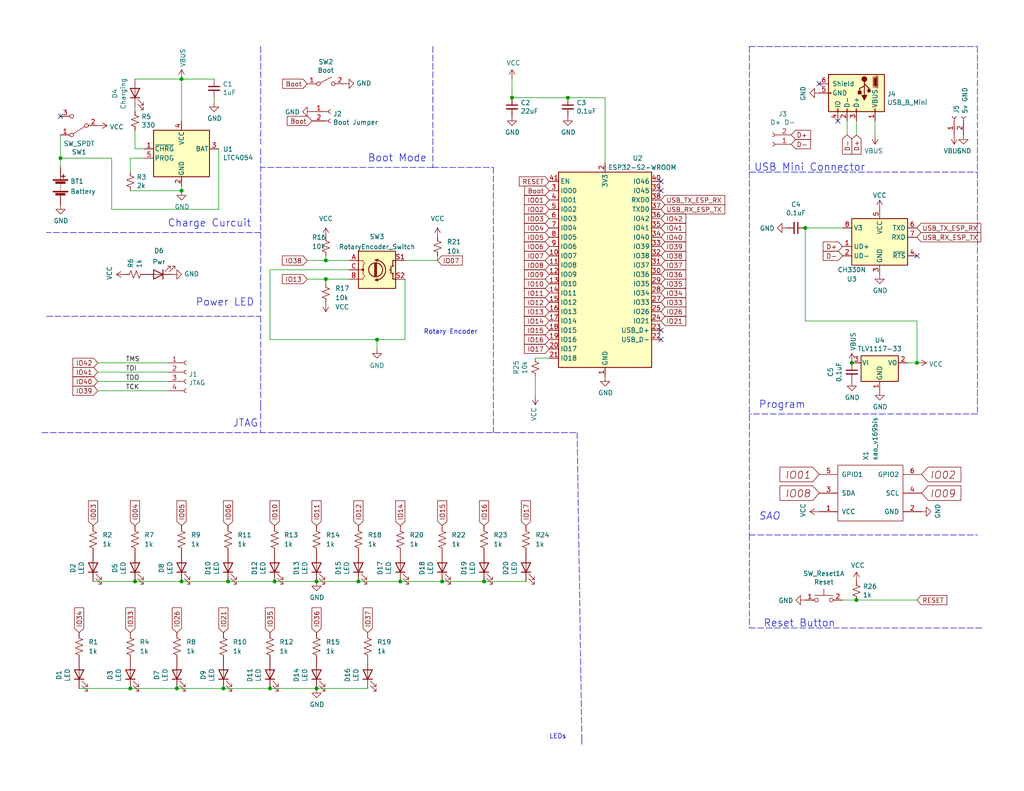
<source format=kicad_sch>
(kicad_sch (version 20211123) (generator eeschema)
  (paper "USLetter")
  (title_block (title "BSides KC 2022 Safe") (date "2022-07-03") (rev "1.0") (company "BadgePirates") (comment 1 "ESP32-S2 WROVER") (comment 2 "Li-Ion Charging") (comment 3 "USB to Serial Connector"))
  (lib_symbols
    (symbol "BadgePirates:Badgelife_sao_connector_v169bis" (pin_names (offset 1.016))
      (property "Reference" "X" (at 0 0 0))
      (property "Value" "Badgelife_sao_connector_v169bis" (at 0 20.32 0))
      (symbol "Badgelife_sao_connector_v169bis_1_1"
        (pin input line (at -5.08 13.97 270) (length 5.08) (name "VCC") (number "1"))
        (pin input line (at -5.08 -13.97 90) (length 5.08) (name "GND") (number "2"))
        (pin input line (at 0 13.97 270) (length 5.08) (name "SDA") (number "3"))
        (pin input line (at 0 -13.97 90) (length 5.08) (name "SCL") (number "4"))
        (pin input line (at 5.08 13.97 270) (length 5.08) (name "GPIO1") (number "5"))
        (pin input line (at 5.08 -13.97 90) (length 5.08) (name "GPIO2") (number "6"))
      )
    )
    (symbol "Battery_Management:LTC4054ES5-4.2" (pin_names (offset 0.254))
      (property "Reference" "U" (at -5.842 6.604 0))
      (property "Value" "LTC4054ES5-4.2" (at 1.524 6.604 0))
      (symbol "LTC4054ES5-4.2_1_1"
        (pin open_collector line (at -10.16 0 0) (length 2.54) (name "~{CHRG}") (number "1"))
        (pin power_in line (at 0 -10.16 90) (length 2.54) (name "GND") (number "2"))
        (pin power_out line (at 10.16 0 180) (length 2.54) (name "BAT") (number "3"))
        (pin power_in line (at 0 7.62 270) (length 2.54) (name "VCC") (number "4"))
        (pin bidirectional line (at -10.16 -2.54 0) (length 2.54) (name "PROG") (number "5"))
      )
    )
    (symbol "Connector:Conn_01x02_Female" (pin_names (offset 1.016) hide)
      (property "Reference" "J" (at 0 2.54 0))
      (property "Value" "Conn_01x02_Female" (at 0 -5.08 0))
      (symbol "Conn_01x02_Female_1_1"
        (pin passive line (at -5.08 0 0) (length 3.81) (name "Pin_1") (number "1"))
        (pin passive line (at -5.08 -2.54 0) (length 3.81) (name "Pin_2") (number "2"))
      )
    )
    (symbol "Connector:Conn_01x04_Female" (pin_names (offset 1.016) hide)
      (property "Reference" "J" (at 0 5.08 0))
      (property "Value" "Conn_01x04_Female" (at 0 -7.62 0))
      (symbol "Conn_01x04_Female_1_1"
        (pin passive line (at -5.08 2.54 0) (length 3.81) (name "Pin_1") (number "1"))
        (pin passive line (at -5.08 0 0) (length 3.81) (name "Pin_2") (number "2"))
        (pin passive line (at -5.08 -2.54 0) (length 3.81) (name "Pin_3") (number "3"))
        (pin passive line (at -5.08 -5.08 0) (length 3.81) (name "Pin_4") (number "4"))
      )
    )
    (symbol "Connector:USB_B_Mini" (pin_names (offset 1.016))
      (property "Reference" "J" (at -5.08 11.43 0))
      (property "Value" "USB_B_Mini" (at -5.08 8.89 0))
      (symbol "USB_B_Mini_1_1"
        (pin power_out line (at 7.62 5.08 180) (length 2.54) (name "VBUS") (number "1"))
        (pin bidirectional line (at 7.62 -2.54 180) (length 2.54) (name "D-") (number "2"))
        (pin bidirectional line (at 7.62 0 180) (length 2.54) (name "D+") (number "3"))
        (pin passive line (at 7.62 -5.08 180) (length 2.54) (name "ID") (number "4"))
        (pin power_out line (at 0 -10.16 90) (length 2.54) (name "GND") (number "5"))
        (pin passive line (at -2.54 -10.16 90) (length 2.54) (name "Shield") (number "6"))
      )
    )
    (symbol "Device:Battery" (pin_numbers hide) (pin_names (offset 0) hide)
      (property "Reference" "BT" (at 2.54 2.54 0))
      (property "Value" "Battery" (at 2.54 0 0))
      (symbol "Battery_1_1"
        (pin passive line (at 0 5.08 270) (length 2.54) (name "+") (number "1"))
        (pin passive line (at 0 -5.08 90) (length 2.54) (name "-") (number "2"))
      )
    )
    (symbol "Device:C_Small" (pin_numbers hide) (pin_names (offset 0.254) hide)
      (property "Reference" "C" (at 0.254 1.778 0))
      (property "Value" "C_Small" (at 0.254 -2.032 0))
      (symbol "C_Small_1_1"
        (pin passive line (at 0 2.54 270) (length 2.032) (name "~") (number "1"))
        (pin passive line (at 0 -2.54 90) (length 2.032) (name "~") (number "2"))
      )
    )
    (symbol "Device:LED" (pin_numbers hide) (pin_names (offset 1.016) hide)
      (property "Reference" "D" (at 0 2.54 0))
      (property "Value" "LED" (at 0 -2.54 0))
      (symbol "LED_1_1"
        (pin passive line (at -3.81 0 0) (length 2.54) (name "K") (number "1"))
        (pin passive line (at 3.81 0 180) (length 2.54) (name "A") (number "2"))
      )
    )
    (symbol "Device:R_Small_US" (pin_numbers hide) (pin_names (offset 0.254) hide)
      (property "Reference" "R" (at 0.762 0.508 0))
      (property "Value" "R_Small_US" (at 0.762 -1.016 0))
      (symbol "R_Small_US_1_1"
        (pin passive line (at 0 2.54 270) (length 1.016) (name "~") (number "1"))
        (pin passive line (at 0 -2.54 90) (length 1.016) (name "~") (number "2"))
      )
    )
    (symbol "Device:R_US" (pin_numbers hide) (pin_names (offset 0))
      (property "Reference" "R" (at 2.54 0 90))
      (property "Value" "R_US" (at -2.54 0 90))
      (symbol "R_US_1_1"
        (pin passive line (at 0 3.81 270) (length 1.27) (name "~") (number "1"))
        (pin passive line (at 0 -3.81 90) (length 1.27) (name "~") (number "2"))
      )
    )
    (symbol "Device:RotaryEncoder_Switch" (pin_names (offset 0.254) hide)
      (property "Reference" "SW" (at 0 6.604 0))
      (property "Value" "RotaryEncoder_Switch" (at 0 -6.604 0))
      (symbol "RotaryEncoder_Switch_1_1"
        (pin passive line (at -7.62 2.54 0) (length 2.54) (name "A") (number "A"))
        (pin passive line (at -7.62 -2.54 0) (length 2.54) (name "B") (number "B"))
        (pin passive line (at -7.62 0 0) (length 2.54) (name "C") (number "C"))
        (pin passive line (at 7.62 2.54 180) (length 2.54) (name "S1") (number "S1"))
        (pin passive line (at 7.62 -2.54 180) (length 2.54) (name "S2") (number "S2"))
      )
    )
    (symbol "Interface_USB:CH330N"
      (property "Reference" "U" (at -7.62 6.35 0))
      (property "Value" "CH330N" (at 7.62 6.35 0))
      (symbol "CH330N_1_1"
        (pin bidirectional line (at -10.16 -2.54 0) (length 2.54) (name "UD+") (number "1"))
        (pin bidirectional line (at -10.16 -5.08 0) (length 2.54) (name "UD-") (number "2"))
        (pin power_in line (at 0 -10.16 90) (length 2.54) (name "GND") (number "3"))
        (pin output line (at 10.16 -5.08 180) (length 2.54) (name "~{RTS}") (number "4"))
        (pin power_in line (at 0 7.62 270) (length 2.54) (name "VCC") (number "5"))
        (pin output line (at 10.16 2.54 180) (length 2.54) (name "TXD") (number "6"))
        (pin input line (at 10.16 0 180) (length 2.54) (name "RXD") (number "7"))
        (pin passive line (at -10.16 2.54 0) (length 2.54) (name "V3") (number "8"))
      )
    )
    (symbol "RF_Module:ESP32-S2-WROVER"
      (property "Reference" "U" (at -12.7 29.21 0))
      (property "Value" "ESP32-S2-WROVER" (at 2.54 29.21 0))
      (symbol "ESP32-S2-WROVER_1_1"
        (pin power_in line (at 0 -27.94 90) (length 2.54) (name "GND") (number "1"))
        (pin bidirectional line (at -15.24 5.08 0) (length 2.54) (name "IO07") (number "10"))
        (pin bidirectional line (at -15.24 2.54 0) (length 2.54) (name "IO08") (number "11"))
        (pin bidirectional line (at -15.24 0 0) (length 2.54) (name "IO09") (number "12"))
        (pin bidirectional line (at -15.24 -2.54 0) (length 2.54) (name "IO10") (number "13"))
        (pin bidirectional line (at -15.24 -5.08 0) (length 2.54) (name "IO11") (number "14"))
        (pin bidirectional line (at -15.24 -7.62 0) (length 2.54) (name "IO12") (number "15"))
        (pin bidirectional line (at -15.24 -10.16 0) (length 2.54) (name "IO13") (number "16"))
        (pin bidirectional line (at -15.24 -12.7 0) (length 2.54) (name "IO14") (number "17"))
        (pin bidirectional line (at -15.24 -15.24 0) (length 2.54) (name "IO15") (number "18"))
        (pin bidirectional line (at -15.24 -17.78 0) (length 2.54) (name "IO16") (number "19"))
        (pin power_in line (at 0 30.48 270) (length 2.54) (name "3V3") (number "2"))
        (pin bidirectional line (at -15.24 -20.32 0) (length 2.54) (name "IO17") (number "20"))
        (pin bidirectional line (at -15.24 -22.86 0) (length 2.54) (name "IO18") (number "21"))
        (pin bidirectional line (at 15.24 -17.78 180) (length 2.54) (name "USB_D-") (number "22"))
        (pin bidirectional line (at 15.24 -15.24 180) (length 2.54) (name "USB_D+") (number "23"))
        (pin bidirectional line (at 15.24 -12.7 180) (length 2.54) (name "IO21") (number "24"))
        (pin bidirectional line (at 15.24 -10.16 180) (length 2.54) (name "IO26") (number "25"))
        (pin passive line (at 0 -27.94 90) (length 2.54) hide (name "GND") (number "26"))
        (pin bidirectional line (at 15.24 -7.62 180) (length 2.54) (name "IO33") (number "27"))
        (pin bidirectional line (at 15.24 -5.08 180) (length 2.54) (name "IO34") (number "28"))
        (pin bidirectional line (at 15.24 -2.54 180) (length 2.54) (name "IO35") (number "29"))
        (pin bidirectional line (at -15.24 22.86 0) (length 2.54) (name "IO00") (number "3"))
        (pin bidirectional line (at 15.24 0 180) (length 2.54) (name "IO36") (number "30"))
        (pin bidirectional line (at 15.24 2.54 180) (length 2.54) (name "IO37") (number "31"))
        (pin bidirectional line (at 15.24 5.08 180) (length 2.54) (name "IO38") (number "32"))
        (pin bidirectional line (at 15.24 7.62 180) (length 2.54) (name "IO39") (number "33"))
        (pin bidirectional line (at 15.24 10.16 180) (length 2.54) (name "IO40") (number "34"))
        (pin bidirectional line (at 15.24 12.7 180) (length 2.54) (name "IO41") (number "35"))
        (pin bidirectional line (at 15.24 15.24 180) (length 2.54) (name "IO42") (number "36"))
        (pin bidirectional line (at 15.24 17.78 180) (length 2.54) (name "TXD0") (number "37"))
        (pin bidirectional line (at 15.24 20.32 180) (length 2.54) (name "RXD0") (number "38"))
        (pin bidirectional line (at 15.24 22.86 180) (length 2.54) (name "IO45") (number "39"))
        (pin bidirectional line (at -15.24 20.32 0) (length 2.54) (name "IO01") (number "4"))
        (pin input line (at 15.24 25.4 180) (length 2.54) (name "IO46") (number "40"))
        (pin input line (at -15.24 25.4 0) (length 2.54) (name "EN") (number "41"))
        (pin passive line (at 0 -27.94 90) (length 2.54) hide (name "GND") (number "42"))
        (pin passive line (at 0 -27.94 90) (length 2.54) hide (name "GND") (number "43"))
        (pin bidirectional line (at -15.24 17.78 0) (length 2.54) (name "IO02") (number "5"))
        (pin bidirectional line (at -15.24 15.24 0) (length 2.54) (name "IO03") (number "6"))
        (pin bidirectional line (at -15.24 12.7 0) (length 2.54) (name "IO04") (number "7"))
        (pin bidirectional line (at -15.24 10.16 0) (length 2.54) (name "IO05") (number "8"))
        (pin bidirectional line (at -15.24 7.62 0) (length 2.54) (name "IO06") (number "9"))
      )
    )
    (symbol "Regulator_Linear:TLV1117-33" (pin_names (offset 0.254))
      (property "Reference" "U" (at -3.81 3.175 0))
      (property "Value" "TLV1117-33" (at 0 3.175 0))
      (symbol "TLV1117-33_1_1"
        (pin power_in line (at 0 -7.62 90) (length 2.54) (name "GND") (number "1"))
        (pin power_out line (at 7.62 0 180) (length 2.54) (name "VO") (number "2"))
        (pin power_in line (at -7.62 0 0) (length 2.54) (name "VI") (number "3"))
      )
    )
    (symbol "Switch:SW_Push_Dual_x2" (pin_names (offset 1.016) hide)
      (property "Reference" "SW" (at 1.27 2.54 0))
      (property "Value" "SW_Push_Dual_x2" (at 0 -1.524 0))
      (symbol "SW_Push_Dual_x2_1_1"
        (pin passive line (at -5.08 0 0) (length 2.54) (name "C") (number "1"))
        (pin passive line (at 5.08 0 180) (length 2.54) (name "D") (number "2"))
      )
      (symbol "SW_Push_Dual_x2_2_1"
        (pin passive line (at -5.08 0 0) (length 2.54) (name "C") (number "3"))
        (pin passive line (at 5.08 0 180) (length 2.54) (name "D") (number "4"))
      )
    )
    (symbol "Switch:SW_SPDT" (pin_names (offset 0) hide)
      (property "Reference" "SW" (at 0 4.318 0))
      (property "Value" "SW_SPDT" (at 0 -5.08 0))
      (symbol "SW_SPDT_1_1"
        (pin passive line (at 5.08 2.54 180) (length 2.54) (name "A") (number "1"))
        (pin passive line (at -5.08 0 0) (length 2.54) (name "B") (number "2"))
        (pin passive line (at 5.08 -2.54 180) (length 2.54) (name "C") (number "3"))
      )
    )
    (symbol "Switch:SW_SPST" (pin_names (offset 0) hide)
      (property "Reference" "SW" (at 0 3.175 0))
      (property "Value" "SW_SPST" (at 0 -2.54 0))
      (symbol "SW_SPST_1_1"
        (pin passive line (at -5.08 0 0) (length 2.54) (name "A") (number "1"))
        (pin passive line (at 5.08 0 180) (length 2.54) (name "B") (number "2"))
      )
    )
    (symbol "power:GND" (power) (pin_names (offset 0))
      (property "Value" "GND" (at 0 -3.81 0))
      (symbol "GND_1_1"
        (pin power_in line (at 0 0 270) (length 0) hide (name "GND") (number "1"))
      )
    )
    (symbol "power:VBUS" (power) (pin_names (offset 0))
      (property "Value" "VBUS" (at 0 3.81 0))
      (symbol "VBUS_1_1"
        (pin power_in line (at 0 0 90) (length 0) hide (name "VBUS") (number "1"))
      )
    )
    (symbol "power:VCC" (power) (pin_names (offset 0))
      (property "Value" "VCC" (at 0 3.81 0))
      (symbol "VCC_1_1"
        (pin power_in line (at 0 0 90) (length 0) hide (name "VCC") (number "1"))
      )
    )
  )
  (junction (at 232.41 99.06))
  (junction (at 74.93 158.75))
  (junction (at 62.23 158.75))
  (junction (at 154.94 26.67))
  (junction (at 49.53 158.75))
  (junction (at 36.83 158.75))
  (junction (at 86.36 158.75))
  (junction (at 139.7 26.67))
  (junction (at 48.26 187.96))
  (junction (at 132.08 158.75))
  (junction (at 233.68 163.83))
  (junction (at 60.96 187.96))
  (junction (at 88.9 76.2))
  (junction (at 102.87 92.71))
  (junction (at 16.51 43.18))
  (junction (at 120.65 158.75))
  (junction (at 250.19 99.06))
  (junction (at 88.9 71.12))
  (junction (at 49.53 21.59))
  (junction (at 109.22 158.75))
  (junction (at 35.56 187.96))
  (junction (at 97.79 158.75))
  (junction (at 49.53 52.07))
  (junction (at 219.71 62.23))
  (junction (at 73.66 187.96))
  (junction (at 86.36 187.96))
  (no_connect (at 180.34 92.71))
  (no_connect (at 223.52 22.86))
  (no_connect (at 16.51 31.75))
  (no_connect (at 228.6 33.02))
  (no_connect (at 180.34 90.17))
  (no_connect (at 180.34 49.53))
  (no_connect (at 180.34 52.07))
  (no_connect (at 250.19 69.85))
  (polyline (pts (xy 71.12 110.49) (xy 71.12 118.11)))
  (polyline (pts (xy 266.7 12.7) (xy 266.7 113.03)))
  (wire (pts (xy 86.36 158.75) (xy 97.79 158.75)))
  (wire (pts (xy 62.23 158.75) (xy 74.93 158.75)))
  (wire (pts (xy 139.7 26.67) (xy 154.94 26.67)))
  (wire (pts (xy 49.53 50.8) (xy 49.53 52.07)))
  (polyline (pts (xy 11.43 118.11) (xy 157.48 118.11)))
  (polyline (pts (xy 204.47 12.7) (xy 204.47 146.05)))
  (wire (pts (xy 36.83 40.64) (xy 39.37 40.64)))
  (wire (pts (xy 39.37 43.18) (xy 35.56 43.18)))
  (wire (pts (xy 154.94 26.67) (xy 165.1 26.67)))
  (polyline (pts (xy 118.11 12.7) (xy 118.11 45.72)))
  (polyline (pts (xy 12.7 86.36) (xy 71.12 86.36)))
  (wire (pts (xy 95.25 73.66) (xy 73.66 73.66)))
  (wire (pts (xy 26.67 99.06) (xy 45.72 99.06)))
  (wire (pts (xy 229.87 163.83) (xy 233.68 163.83)))
  (polyline (pts (xy 134.62 45.72) (xy 134.62 118.11)))
  (wire (pts (xy 58.42 26.67) (xy 58.42 27.94)))
  (polyline (pts (xy 204.47 12.7) (xy 266.7 12.7)))
  (wire (pts (xy 36.83 158.75) (xy 49.53 158.75)))
  (wire (pts (xy 247.65 99.06) (xy 250.19 99.06)))
  (wire (pts (xy 109.22 158.75) (xy 120.65 158.75)))
  (polyline (pts (xy 118.11 45.72) (xy 134.62 45.72)))
  (polyline (pts (xy 118.11 45.72) (xy 71.12 45.72)))
  (wire (pts (xy 73.66 92.71) (xy 102.87 92.71)))
  (polyline (pts (xy 71.12 12.7) (xy 71.12 39.37)))
  (polyline (pts (xy 204.47 146.05) (xy 204.47 171.45)))
  (wire (pts (xy 35.56 52.07) (xy 49.53 52.07)))
  (wire (pts (xy 149.86 97.79) (xy 146.05 97.79)))
  (polyline (pts (xy 204.47 171.45) (xy 267.97 171.45)))
  (wire (pts (xy 48.26 187.96) (xy 60.96 187.96)))
  (polyline (pts (xy 204.47 146.05) (xy 266.7 146.05)))
  (wire (pts (xy 110.49 71.12) (xy 119.38 71.12)))
  (wire (pts (xy 219.71 87.63) (xy 250.19 87.63)))
  (wire (pts (xy 60.96 187.96) (xy 73.66 187.96)))
  (wire (pts (xy 26.67 104.14) (xy 45.72 104.14)))
  (wire (pts (xy 119.38 69.85) (xy 119.38 71.12)))
  (wire (pts (xy 250.19 87.63) (xy 250.19 99.06)))
  (wire (pts (xy 88.9 76.2) (xy 95.25 76.2)))
  (wire (pts (xy 86.36 187.96) (xy 100.33 187.96)))
  (wire (pts (xy 16.51 36.83) (xy 16.51 43.18)))
  (wire (pts (xy 139.7 26.67) (xy 139.7 21.59)))
  (wire (pts (xy 88.9 76.2) (xy 88.9 77.47)))
  (wire (pts (xy 59.69 57.15) (xy 30.48 57.15)))
  (wire (pts (xy 16.51 43.18) (xy 16.51 45.72)))
  (wire (pts (xy 231.14 33.02) (xy 231.14 36.83)))
  (wire (pts (xy 36.83 35.56) (xy 36.83 40.64)))
  (wire (pts (xy 110.49 76.2) (xy 110.49 92.71)))
  (wire (pts (xy 73.66 73.66) (xy 73.66 92.71)))
  (wire (pts (xy 25.4 158.75) (xy 36.83 158.75)))
  (wire (pts (xy 36.83 29.21) (xy 36.83 30.48)))
  (wire (pts (xy 88.9 71.12) (xy 95.25 71.12)))
  (wire (pts (xy 233.68 163.83) (xy 250.19 163.83)))
  (wire (pts (xy 120.65 158.75) (xy 132.08 158.75)))
  (wire (pts (xy 233.68 33.02) (xy 233.68 36.83)))
  (wire (pts (xy 35.56 187.96) (xy 48.26 187.96)))
  (wire (pts (xy 229.87 62.23) (xy 219.71 62.23)))
  (polyline (pts (xy 71.12 86.36) (xy 71.12 110.49)))
  (wire (pts (xy 49.53 21.59) (xy 58.42 21.59)))
  (wire (pts (xy 83.82 71.12) (xy 88.9 71.12)))
  (wire (pts (xy 83.82 76.2) (xy 88.9 76.2)))
  (wire (pts (xy 97.79 158.75) (xy 109.22 158.75)))
  (wire (pts (xy 59.69 40.64) (xy 59.69 57.15)))
  (polyline (pts (xy 158.75 203.2) (xy 158.75 201.93)))
  (polyline (pts (xy 204.47 46.99) (xy 266.7 46.99)))
  (wire (pts (xy 165.1 26.67) (xy 165.1 44.45)))
  (polyline (pts (xy 157.48 118.11) (xy 158.75 201.93)))
  (wire (pts (xy 219.71 62.23) (xy 219.71 87.63)))
  (wire (pts (xy 88.9 69.85) (xy 88.9 71.12)))
  (wire (pts (xy 30.48 57.15) (xy 30.48 43.18)))
  (wire (pts (xy 146.05 102.87) (xy 146.05 107.95)))
  (wire (pts (xy 49.53 158.75) (xy 62.23 158.75)))
  (wire (pts (xy 238.76 33.02) (xy 238.76 36.83)))
  (wire (pts (xy 132.08 158.75) (xy 143.51 158.75)))
  (wire (pts (xy 73.66 187.96) (xy 86.36 187.96)))
  (wire (pts (xy 26.67 101.6) (xy 45.72 101.6)))
  (wire (pts (xy 21.59 187.96) (xy 35.56 187.96)))
  (polyline (pts (xy 266.7 113.03) (xy 204.47 113.03)))
  (wire (pts (xy 74.93 158.75) (xy 86.36 158.75)))
  (wire (pts (xy 110.49 92.71) (xy 102.87 92.71)))
  (wire (pts (xy 102.87 92.71) (xy 102.87 95.25)))
  (polyline (pts (xy 71.12 40.64) (xy 71.12 85.09)))
  (wire (pts (xy 30.48 43.18) (xy 16.51 43.18)))
  (polyline (pts (xy 71.12 63.5) (xy 12.7 63.5)))
  (wire (pts (xy 36.83 21.59) (xy 49.53 21.59)))
  (wire (pts (xy 26.67 106.68) (xy 45.72 106.68)))
  (wire (pts (xy 49.53 21.59) (xy 49.53 33.02)))
  (wire (pts (xy 35.56 43.18) (xy 35.56 46.99)))
  (text "Reset Button\n" (at 208.28 171.45 0) (effects (font (size 2.0066 2.0066)) (justify left bottom)))
  (text "Power LED" (at 53.34 83.82 0) (effects (font (size 2.0066 2.0066)) (justify left bottom)))
  (text "Program" (at 207.01 111.76 0) (effects (font (size 2.0066 2.0066)) (justify left bottom)))
  (text "JTAG" (at 63.5 116.84 0) (effects (font (size 2.0066 2.0066)) (justify left bottom)))
  (text "Boot Mode" (at 100.33 44.45 0) (effects (font (size 2.0066 2.0066)) (justify left bottom)))
  (text "Charge Curcuit\n" (at 45.72 62.23 0) (effects (font (size 2.0066 2.0066)) (justify left bottom)))
  (text "USB Mini Connector" (at 205.74 46.99 0) (effects (font (size 2.0066 2.0066)) (justify left bottom)))
  (text "SAO" (at 207.01 142.24 0) (effects (font (size 2.0066 2.0066) italic) (justify left bottom)))
  (text "Rotary Encoder\n" (at 115.57 91.44 0) (effects (font (size 1.27 1.27)) (justify left bottom)))
  (text "LEDs\n" (at 149.86 201.93 0) (effects (font (size 1.27 1.27)) (justify left bottom)))
  (label "TMS" (at 34.29 99.06 0))
  (label "TDO" (at 34.29 104.14 0))
  (label "TCK" (at 34.29 106.68 0))
  (label "TDI" (at 34.29 101.6 0))
  (global_label "USB_RX_ESP_TX" (shape input) (at 250.19 64.77 0) (property "Intersheet References" "${INTERSHEET_REFS}" (effects hide)))
  (global_label "Boot" (shape input) (at 85.09 33.02 180) (property "Intersheet References" "${INTERSHEET_REFS}" (effects hide)))
  (global_label "Boot" (shape input) (at 149.86 52.07 180) (property "Intersheet References" "${INTERSHEET_REFS}" (effects hide)))
  (global_label "IO33" (shape input) (at 35.56 172.72 90) (property "Intersheet References" "${INTERSHEET_REFS}" (effects hide)))
  (global_label "IO35" (shape input) (at 73.66 172.72 90) (property "Intersheet References" "${INTERSHEET_REFS}" (effects hide)))
  (global_label "USB_TX_ESP_RX" (shape input) (at 180.34 54.61 0) (property "Intersheet References" "${INTERSHEET_REFS}" (effects hide)))
  (global_label "IO06" (shape input) (at 149.86 67.31 180) (property "Intersheet References" "${INTERSHEET_REFS}" (effects hide)))
  (global_label "RESET" (shape input) (at 250.19 163.83 0) (property "Intersheet References" "${INTERSHEET_REFS}" (effects hide)))
  (global_label "IO05" (shape input) (at 149.86 64.77 180) (property "Intersheet References" "${INTERSHEET_REFS}" (effects hide)))
  (global_label "IO36" (shape input) (at 180.34 74.93 0) (property "Intersheet References" "${INTERSHEET_REFS}" (effects hide)))
  (global_label "D+" (shape input) (at 215.9 36.83 0) (property "Intersheet References" "${INTERSHEET_REFS}" (effects hide)))
  (global_label "IO11" (shape input) (at 149.86 80.01 180) (property "Intersheet References" "${INTERSHEET_REFS}" (effects hide)))
  (global_label "IO05" (shape input) (at 49.53 143.51 90) (property "Intersheet References" "${INTERSHEET_REFS}" (effects hide)))
  (global_label "IO01" (shape input) (at 149.86 54.61 180) (property "Intersheet References" "${INTERSHEET_REFS}" (effects hide)))
  (global_label "IO02" (shape input) (at 149.86 57.15 180) (property "Intersheet References" "${INTERSHEET_REFS}" (effects hide)))
  (global_label "IO34" (shape input) (at 21.59 172.72 90) (property "Intersheet References" "${INTERSHEET_REFS}" (effects hide)))
  (global_label "IO38" (shape input) (at 83.82 71.12 180) (property "Intersheet References" "${INTERSHEET_REFS}" (effects hide)))
  (global_label "IO08" (shape input) (at 223.52 134.62 180) (effects (font (size 2.0066 2.0066) italic)) (property "Intersheet References" "${INTERSHEET_REFS}" (effects hide)))
  (global_label "IO07" (shape input) (at 149.86 69.85 180) (property "Intersheet References" "${INTERSHEET_REFS}" (effects hide)))
  (global_label "USB_RX_ESP_TX" (shape input) (at 180.34 57.15 0) (property "Intersheet References" "${INTERSHEET_REFS}" (effects hide)))
  (global_label "IO04" (shape input) (at 149.86 62.23 180) (property "Intersheet References" "${INTERSHEET_REFS}" (effects hide)))
  (global_label "IO08" (shape input) (at 149.86 72.39 180) (property "Intersheet References" "${INTERSHEET_REFS}" (effects hide)))
  (global_label "IO42" (shape input) (at 180.34 59.69 0) (property "Intersheet References" "${INTERSHEET_REFS}" (effects hide)))
  (global_label "IO15" (shape input) (at 149.86 90.17 180) (property "Intersheet References" "${INTERSHEET_REFS}" (effects hide)))
  (global_label "IO26" (shape input) (at 180.34 85.09 0) (property "Intersheet References" "${INTERSHEET_REFS}" (effects hide)))
  (global_label "IO39" (shape input) (at 26.67 106.68 180) (property "Intersheet References" "${INTERSHEET_REFS}" (effects hide)))
  (global_label "IO09" (shape input) (at 251.46 134.62 0) (effects (font (size 2.0066 2.0066) italic)) (property "Intersheet References" "${INTERSHEET_REFS}" (effects hide)))
  (global_label "IO16" (shape input) (at 149.86 92.71 180) (property "Intersheet References" "${INTERSHEET_REFS}" (effects hide)))
  (global_label "IO11" (shape input) (at 86.36 143.51 90) (property "Intersheet References" "${INTERSHEET_REFS}" (effects hide)))
  (global_label "IO10" (shape input) (at 74.93 143.51 90) (property "Intersheet References" "${INTERSHEET_REFS}" (effects hide)))
  (global_label "IO03" (shape input) (at 149.86 59.69 180) (property "Intersheet References" "${INTERSHEET_REFS}" (effects hide)))
  (global_label "D-" (shape input) (at 215.9 39.37 0) (property "Intersheet References" "${INTERSHEET_REFS}" (effects hide)))
  (global_label "D+" (shape input) (at 229.87 67.31 180) (property "Intersheet References" "${INTERSHEET_REFS}" (effects hide)))
  (global_label "IO41" (shape input) (at 26.67 101.6 180) (property "Intersheet References" "${INTERSHEET_REFS}" (effects hide)))
  (global_label "IO34" (shape input) (at 180.34 80.01 0) (property "Intersheet References" "${INTERSHEET_REFS}" (effects hide)))
  (global_label "IO36" (shape input) (at 86.36 172.72 90) (property "Intersheet References" "${INTERSHEET_REFS}" (effects hide)))
  (global_label "D-" (shape input) (at 229.87 69.85 180) (property "Intersheet References" "${INTERSHEET_REFS}" (effects hide)))
  (global_label "IO33" (shape input) (at 180.34 82.55 0) (property "Intersheet References" "${INTERSHEET_REFS}" (effects hide)))
  (global_label "IO03" (shape input) (at 25.4 143.51 90) (property "Intersheet References" "${INTERSHEET_REFS}" (effects hide)))
  (global_label "IO15" (shape input) (at 120.65 143.51 90) (property "Intersheet References" "${INTERSHEET_REFS}" (effects hide)))
  (global_label "RESET" (shape input) (at 149.86 49.53 180) (property "Intersheet References" "${INTERSHEET_REFS}" (effects hide)))
  (global_label "IO38" (shape input) (at 180.34 69.85 0) (property "Intersheet References" "${INTERSHEET_REFS}" (effects hide)))
  (global_label "IO14" (shape input) (at 149.86 87.63 180) (property "Intersheet References" "${INTERSHEET_REFS}" (effects hide)))
  (global_label "IO02" (shape input) (at 251.46 129.54 0) (effects (font (size 2.0066 2.0066) italic)) (property "Intersheet References" "${INTERSHEET_REFS}" (effects hide)))
  (global_label "IO12" (shape input) (at 97.79 143.51 90) (property "Intersheet References" "${INTERSHEET_REFS}" (effects hide)))
  (global_label "IO01" (shape input) (at 223.52 129.54 180) (effects (font (size 2.0066 2.0066) italic)) (property "Intersheet References" "${INTERSHEET_REFS}" (effects hide)))
  (global_label "IO07" (shape input) (at 119.38 71.12 0) (property "Intersheet References" "${INTERSHEET_REFS}" (effects hide)))
  (global_label "IO40" (shape input) (at 26.67 104.14 180) (property "Intersheet References" "${INTERSHEET_REFS}" (effects hide)))
  (global_label "IO35" (shape input) (at 180.34 77.47 0) (property "Intersheet References" "${INTERSHEET_REFS}" (effects hide)))
  (global_label "IO26" (shape input) (at 48.26 172.72 90) (property "Intersheet References" "${INTERSHEET_REFS}" (effects hide)))
  (global_label "IO21" (shape input) (at 60.96 172.72 90) (property "Intersheet References" "${INTERSHEET_REFS}" (effects hide)))
  (global_label "IO40" (shape input) (at 180.34 64.77 0) (property "Intersheet References" "${INTERSHEET_REFS}" (effects hide)))
  (global_label "D+" (shape input) (at 233.68 36.83 270) (property "Intersheet References" "${INTERSHEET_REFS}" (effects hide)))
  (global_label "IO13" (shape input) (at 83.82 76.2 180) (property "Intersheet References" "${INTERSHEET_REFS}" (effects hide)))
  (global_label "USB_TX_ESP_RX" (shape input) (at 250.19 62.23 0) (property "Intersheet References" "${INTERSHEET_REFS}" (effects hide)))
  (global_label "IO37" (shape input) (at 180.34 72.39 0) (property "Intersheet References" "${INTERSHEET_REFS}" (effects hide)))
  (global_label "IO17" (shape input) (at 143.51 143.51 90) (property "Intersheet References" "${INTERSHEET_REFS}" (effects hide)))
  (global_label "IO09" (shape input) (at 149.86 74.93 180) (property "Intersheet References" "${INTERSHEET_REFS}" (effects hide)))
  (global_label "IO06" (shape input) (at 62.23 143.51 90) (property "Intersheet References" "${INTERSHEET_REFS}" (effects hide)))
  (global_label "IO04" (shape input) (at 36.83 143.51 90) (property "Intersheet References" "${INTERSHEET_REFS}" (effects hide)))
  (global_label "IO12" (shape input) (at 149.86 82.55 180) (property "Intersheet References" "${INTERSHEET_REFS}" (effects hide)))
  (global_label "IO16" (shape input) (at 132.08 143.51 90) (property "Intersheet References" "${INTERSHEET_REFS}" (effects hide)))
  (global_label "IO39" (shape input) (at 180.34 67.31 0) (property "Intersheet References" "${INTERSHEET_REFS}" (effects hide)))
  (global_label "Boot" (shape input) (at 83.82 22.86 180) (property "Intersheet References" "${INTERSHEET_REFS}" (effects hide)))
  (global_label "IO42" (shape input) (at 26.67 99.06 180) (property "Intersheet References" "${INTERSHEET_REFS}" (effects hide)))
  (global_label "IO41" (shape input) (at 180.34 62.23 0) (property "Intersheet References" "${INTERSHEET_REFS}" (effects hide)))
  (global_label "IO13" (shape input) (at 149.86 85.09 180) (property "Intersheet References" "${INTERSHEET_REFS}" (effects hide)))
  (global_label "IO10" (shape input) (at 149.86 77.47 180) (property "Intersheet References" "${INTERSHEET_REFS}" (effects hide)))
  (global_label "IO37" (shape input) (at 100.33 172.72 90) (property "Intersheet References" "${INTERSHEET_REFS}" (effects hide)))
  (global_label "IO14" (shape input) (at 109.22 143.51 90) (property "Intersheet References" "${INTERSHEET_REFS}" (effects hide)))
  (global_label "IO17" (shape input) (at 149.86 95.25 180) (property "Intersheet References" "${INTERSHEET_REFS}" (effects hide)))
  (global_label "IO21" (shape input) (at 180.34 87.63 0) (property "Intersheet References" "${INTERSHEET_REFS}" (effects hide)))
  (global_label "D-" (shape input) (at 231.14 36.83 270) (property "Intersheet References" "${INTERSHEET_REFS}" (effects hide)))
  (symbol (lib_id "RF_Module:ESP32-S2-WROVER") (at 165.1 74.93 0) (unit 1)
    (property "Reference" "U2" (at 173.99 43.18 0))
    (property "Value" "ESP32-S2-WROOM" (at 175.26 45.72 0))
    (property "Footprint" "BadgePirates:ESP32-S2-WROOM" (effects hide))
    (property "Datasheet" "https://www.espressif.com/sites/default/files/documentation/esp32-s2-wroom_esp32-s2-wroom-i_datasheet_en.pdf" (effects hide))
  )
  (symbol (lib_id "Device:C_Small") (at 58.42 24.13 0) (unit 1)
    (property "Reference" "C1" (at 60.7568 22.9616 0) (effects (justify left)))
    (property "Value" "1uF" (at 60.7568 25.273 0) (effects (justify left)))
    (property "Footprint" "BadgePirates:C_0805_2012Metric" (effects hide))
  )
  (symbol (lib_id "power:GND") (at 58.42 27.94 0) (unit 1)
    (property "Reference" "#PWR07" (effects hide))
    (property "Value" "GND" (at 58.547 32.3342 0))
  )
  (symbol (lib_id "Device:LED") (at 36.83 25.4 90) (unit 1)
    (property "Reference" "D4" (at 31.3182 25.5778 0))
    (property "Value" "Charging" (at 33.6296 25.5778 0))
    (property "Footprint" "LED_SMD:LED_1206_3216Metric" (effects hide))
  )
  (symbol (lib_id "Device:LED") (at 43.18 74.93 180) (unit 1)
    (property "Reference" "D6" (at 43.3578 68.453 0))
    (property "Value" "Pwr" (at 43.3578 70.7644 0) (effects (justify bottom)))
    (property "Footprint" "LED_SMD:LED_1206_3216Metric" (effects hide))
  )
  (symbol (lib_id "Switch:SW_SPDT") (at 21.59 34.29 180) (unit 1)
    (property "Reference" "SW1" (at 21.59 41.529 0))
    (property "Value" "SW_SPDT" (at 21.59 39.2176 0))
    (property "Footprint" "BadgePirates:SW_SPDT_PCM12" (effects hide))
  )
  (symbol (lib_id "Device:LED") (at 74.93 154.94 90) (unit 1)
    (property "Reference" "D12" (at 69.4182 155.1178 0))
    (property "Value" "LED" (at 71.7296 155.1178 0))
    (property "Footprint" "BadgePirates:LED_Osram_Lx_P47F_D2mm_ReverseMount_Proper_Mask Only" (effects hide))
  )
  (symbol (lib_id "Device:LED") (at 86.36 154.94 90) (unit 1)
    (property "Reference" "D13" (at 80.8482 155.1178 0))
    (property "Value" "LED" (at 83.1596 155.1178 0))
    (property "Footprint" "BadgePirates:LED_Osram_Lx_P47F_D2mm_ReverseMount_Proper_Mask Only" (effects hide))
  )
  (symbol (lib_id "Device:LED") (at 97.79 154.94 90) (unit 1)
    (property "Reference" "D15" (at 92.2782 155.1178 0))
    (property "Value" "LED" (at 94.5896 155.1178 0))
    (property "Footprint" "BadgePirates:LED_Osram_Lx_P47F_D2mm_ReverseMount_Proper_Mask Only" (effects hide))
  )
  (symbol (lib_id "power:GND") (at 165.1 102.87 0) (unit 1)
    (property "Reference" "#PWR020" (effects hide))
    (property "Value" "GND" (at 165.227 107.2642 0))
  )
  (symbol (lib_id "Device:R_Small_US") (at 146.05 100.33 0) (unit 1)
    (property "Reference" "R25" (at 140.843 100.33 90))
    (property "Value" "10k" (at 143.1544 100.33 90))
    (property "Footprint" "BadgePirates:R_1206_3216Metric" (effects hide))
  )
  (symbol (lib_id "Device:C_Small") (at 154.94 29.21 0) (unit 1)
    (property "Reference" "C3" (at 157.2768 28.0416 0) (effects (justify left)))
    (property "Value" "0.1uF" (at 157.2768 30.353 0) (effects (justify left)))
    (property "Footprint" "BadgePirates:C_0805_2012Metric" (effects hide))
  )
  (symbol (lib_id "Device:C_Small") (at 139.7 29.21 0) (unit 1)
    (property "Reference" "C2" (at 142.0368 28.0416 0) (effects (justify left)))
    (property "Value" "22uF" (at 142.0368 30.353 0) (effects (justify left)))
    (property "Footprint" "BadgePirates:C_0805_2012Metric" (effects hide))
  )
  (symbol (lib_id "power:GND") (at 16.51 55.88 0) (unit 1)
    (property "Reference" "#PWR01" (effects hide))
    (property "Value" "GND" (at 16.637 60.2742 0))
  )
  (symbol (lib_id "power:GND") (at 223.52 25.4 270) (unit 1)
    (property "Reference" "#PWR023" (effects hide))
    (property "Value" "GND" (at 219.1258 25.527 0))
  )
  (symbol (lib_id "power:VBUS") (at 49.53 21.59 0) (unit 1)
    (property "Reference" "#PWR05" (effects hide))
    (property "Value" "VBUS" (at 49.911 18.3388 90) (effects (justify left)))
  )
  (symbol (lib_id "power:VBUS") (at 238.76 36.83 180) (unit 1)
    (property "Reference" "#PWR028" (effects hide))
    (property "Value" "VBUS" (at 238.379 41.2242 0))
  )
  (symbol (lib_id "power:VCC") (at 26.67 34.29 270) (unit 1)
    (property "Reference" "#PWR02" (effects hide))
    (property "Value" "VCC" (at 29.9212 34.671 90) (effects (justify left)))
  )
  (symbol (lib_id "power:VCC") (at 34.29 74.93 90) (unit 1)
    (property "Reference" "#PWR03" (effects hide))
    (property "Value" "VCC" (at 29.8958 74.549 0))
  )
  (symbol (lib_id "power:VCC") (at 139.7 21.59 0) (unit 1)
    (property "Reference" "#PWR016" (effects hide))
    (property "Value" "VCC" (at 140.081 17.1958 0))
  )
  (symbol (lib_id "Battery_Management:LTC4054ES5-4.2") (at 49.53 40.64 0) (unit 1)
    (property "Reference" "U1" (at 60.8076 40.7416 0) (effects (justify left)))
    (property "Value" "LTC4054" (at 60.8076 43.053 0) (effects (justify left)))
    (property "Footprint" "BadgePirates:LTC4054" (effects hide))
    (property "Datasheet" "https://www.analog.com/media/en/technical-documentation/data-sheets/405442xf.pdf" (effects hide))
  )
  (symbol (lib_id "power:GND") (at 49.53 52.07 0) (unit 1)
    (property "Reference" "#PWR06" (effects hide))
    (property "Value" "GND" (at 49.657 56.4642 0))
  )
  (symbol (lib_id "Device:R_Small_US") (at 36.83 33.02 0) (unit 1)
    (property "Reference" "R5" (at 38.5572 31.8516 0) (effects (justify left)))
    (property "Value" "330" (at 38.5572 34.163 0) (effects (justify left)))
    (property "Footprint" "BadgePirates:R_1206_3216Metric" (effects hide))
  )
  (symbol (lib_id "power:GND") (at 139.7 31.75 0) (unit 1)
    (property "Reference" "#PWR017" (effects hide))
    (property "Value" "GND" (at 139.827 36.1442 0))
  )
  (symbol (lib_id "power:GND") (at 154.94 31.75 0) (unit 1)
    (property "Reference" "#PWR019" (effects hide))
    (property "Value" "GND" (at 155.067 36.1442 0))
  )
  (symbol (lib_id "Device:R_Small_US") (at 35.56 49.53 0) (unit 1)
    (property "Reference" "R3" (at 37.2872 48.3616 0) (effects (justify left)))
    (property "Value" "2k" (at 37.2872 50.673 0) (effects (justify left)))
    (property "Footprint" "BadgePirates:R_1206_3216Metric" (effects hide))
  )
  (symbol (lib_id "Connector:Conn_01x04_Female") (at 50.8 101.6 0) (unit 1)
    (property "Reference" "J1" (at 51.5112 102.2096 0) (effects (justify left)))
    (property "Value" "JTAG" (at 51.5112 104.521 0) (effects (justify left)))
    (property "Footprint" "Connector_PinHeader_2.54mm:PinHeader_1x04_P2.54mm_Vertical" (effects hide))
  )
  (symbol (lib_id "power:VCC") (at 146.05 107.95 180) (unit 1)
    (property "Reference" "#PWR018" (effects hide))
    (property "Value" "VCC" (at 145.669 111.1758 90) (effects (justify left)))
  )
  (symbol (lib_id "power:GND") (at 46.99 74.93 90) (unit 1)
    (property "Reference" "#PWR04" (effects hide))
    (property "Value" "GND" (at 50.2412 74.803 90) (effects (justify right)))
  )
  (symbol (lib_id "Device:R_Small_US") (at 233.68 161.29 0) (unit 1)
    (property "Reference" "R26" (at 235.4072 160.1216 0) (effects (justify left)))
    (property "Value" "1k" (at 235.4072 162.433 0) (effects (justify left)))
    (property "Footprint" "BadgePirates:R_1206_3216Metric" (effects hide))
  )
  (symbol (lib_id "power:VCC") (at 233.68 158.75 0) (unit 1)
    (property "Reference" "#PWR027" (effects hide))
    (property "Value" "VCC" (at 234.061 154.3558 0))
  )
  (symbol (lib_id "Device:R_Small_US") (at 36.83 74.93 90) (unit 1)
    (property "Reference" "R6" (at 35.6616 73.2028 0) (effects (justify left)))
    (property "Value" "1k" (at 37.973 73.2028 0) (effects (justify left)))
    (property "Footprint" "BadgePirates:R_1206_3216Metric" (effects hide))
  )
  (symbol (lib_id "Interface_USB:CH330N") (at 240.03 64.77 0) (unit 1)
    (property "Reference" "U3" (at 232.41 76.2 0))
    (property "Value" "CH330N" (at 232.41 73.66 0))
    (property "Footprint" "BadgePirates:SOIC-8-1EP_W3.9mm" (effects hide))
    (property "Datasheet" "http://www.wch.cn/downloads/file/240.html" (effects hide))
  )
  (symbol (lib_id "Regulator_Linear:TLV1117-33") (at 240.03 99.06 0) (unit 1)
    (property "Reference" "U4" (at 240.03 92.9132 0))
    (property "Value" "TLV1117-33" (at 240.03 95.2246 0))
    (property "Footprint" "BadgePirates:SOT-223" (effects hide))
    (property "Datasheet" "http://www.ti.com/lit/ds/symlink/tlv1117.pdf" (effects hide))
  )
  (symbol (lib_id "power:GND") (at 240.03 74.93 0) (unit 1)
    (property "Reference" "#PWR030" (effects hide))
    (property "Value" "GND" (at 240.157 79.3242 0))
  )
  (symbol (lib_id "power:GND") (at 240.03 106.68 0) (unit 1)
    (property "Reference" "#PWR031" (effects hide))
    (property "Value" "GND" (at 240.157 111.0742 0))
  )
  (symbol (lib_id "Device:C_Small") (at 217.17 62.23 270) (unit 1)
    (property "Reference" "C4" (at 217.17 55.8292 90))
    (property "Value" "0.1uF" (at 217.17 58.1406 90))
    (property "Footprint" "BadgePirates:C_0805_2012Metric" (effects hide))
  )
  (symbol (lib_id "power:GND") (at 214.63 62.23 270) (unit 1)
    (property "Reference" "#PWR021" (effects hide))
    (property "Value" "GND" (at 211.3788 62.357 90) (effects (justify right)))
  )
  (symbol (lib_id "Connector:USB_B_Mini") (at 233.68 25.4 270) (unit 1)
    (property "Reference" "J4" (at 242.062 25.6794 90) (effects (justify left)))
    (property "Value" "USB_B_Mini" (at 242.062 27.9908 90) (effects (justify left)))
    (property "Footprint" "BadgePirates:USB_Micro-B_Wuerth" (effects hide))
  )
  (symbol (lib_id "power:VCC") (at 250.19 99.06 270) (unit 1)
    (property "Reference" "#PWR032" (effects hide))
    (property "Value" "VCC" (at 253.4412 99.441 90) (effects (justify left)))
  )
  (symbol (lib_id "Switch:SW_Push_Dual_x2") (at 224.79 163.83 0) (unit 1)
    (property "Reference" "SW_Reset1" (at 224.79 156.591 0))
    (property "Value" "Reset" (at 224.79 158.9024 0))
    (property "Footprint" "BadgePirates:Switch_Tactile_SMD_B3U-1000P-BPVersion" (effects hide))
  )
  (symbol (lib_id "power:GND") (at 219.71 163.83 270) (unit 1)
    (property "Reference" "#PWR022" (effects hide))
    (property "Value" "GND" (at 216.4588 163.957 90) (effects (justify right)))
  )
  (symbol (lib_id "Device:C_Small") (at 232.41 101.6 0) (unit 1)
    (property "Reference" "C5" (at 226.5934 101.6 90))
    (property "Value" "0.1uF" (at 228.9048 101.6 90))
    (property "Footprint" "BadgePirates:C_0805_2012Metric" (effects hide))
  )
  (symbol (lib_id "power:GND") (at 232.41 104.14 0) (unit 1)
    (property "Reference" "#PWR026" (effects hide))
    (property "Value" "GND" (at 232.537 108.5342 0))
  )
  (symbol (lib_id "power:VCC") (at 240.03 57.15 0) (unit 1)
    (property "Reference" "#PWR029" (effects hide))
    (property "Value" "VCC" (at 240.03 53.34 0))
  )
  (symbol (lib_id "power:GND") (at 251.46 139.7 90) (unit 1)
    (property "Reference" "#PWR033" (effects hide))
    (property "Value" "GND" (at 255.8542 139.573 0))
  )
  (symbol (lib_id "power:VCC") (at 223.52 139.7 90) (unit 1)
    (property "Reference" "#PWR024" (effects hide))
    (property "Value" "VCC" (at 219.1258 139.319 0))
  )
  (symbol (lib_id "Connector:Conn_01x02_Female") (at 90.17 30.48 0) (unit 1)
    (property "Reference" "J2" (at 90.8812 31.0896 0) (effects (justify left)))
    (property "Value" "Boot Jumper" (at 90.8812 33.401 0) (effects (justify left)))
    (property "Footprint" "BadgePirates:PinHeader_1x02_P2.54mm_Vertical" (effects hide))
  )
  (symbol (lib_id "power:GND") (at 85.09 30.48 270) (unit 1)
    (property "Reference" "#PWR08" (effects hide))
    (property "Value" "GND" (at 81.8388 30.607 90) (effects (justify right)))
  )
  (symbol (lib_id "Connector:Conn_01x02_Female") (at 210.82 39.37 180) (unit 1)
    (property "Reference" "J3" (at 213.5632 31.115 0))
    (property "Value" "D+ D-" (at 213.5632 33.4264 0))
    (property "Footprint" "BadgePirates:PinHeader_1x02_P2.54mm_Vertical" (effects hide))
  )
  (symbol (lib_id "Connector:Conn_01x02_Female") (at 260.35 31.75 90) (unit 1)
    (property "Reference" "J5" (at 260.9596 31.0388 0) (effects (justify left)))
    (property "Value" "5v GND" (at 263.271 31.0388 0) (effects (justify left)))
    (property "Footprint" "BadgePirates:PinHeader_1x02_P2.54mm_Vertical" (effects hide))
  )
  (symbol (lib_id "power:VBUS") (at 260.35 36.83 180) (unit 1)
    (property "Reference" "#PWR034" (effects hide))
    (property "Value" "VBUS" (at 259.969 41.2242 0))
  )
  (symbol (lib_id "power:GND") (at 262.89 36.83 0) (unit 1)
    (property "Reference" "#PWR035" (effects hide))
    (property "Value" "GND" (at 263.017 41.2242 0))
  )
  (symbol (lib_id "power:VBUS") (at 232.41 99.06 0) (unit 1)
    (property "Reference" "#PWR025" (effects hide))
    (property "Value" "VBUS" (at 232.791 95.8088 90) (effects (justify left)))
  )
  (symbol (lib_id "Switch:SW_SPST") (at 88.9 22.86 0) (unit 1)
    (property "Reference" "SW2" (at 88.9 16.891 0))
    (property "Value" "Boot" (at 88.9 19.2024 0))
    (property "Footprint" "BadgePirates:Switch_Tactile_SMD_B3U-1000P-BPVersion" (effects hide))
  )
  (symbol (lib_id "power:GND") (at 93.98 22.86 90) (unit 1)
    (property "Reference" "#PWR013" (effects hide))
    (property "Value" "GND" (at 97.2312 22.733 90) (effects (justify right)))
  )
  (symbol (lib_id "Device:LED") (at 132.08 154.94 90) (unit 1)
    (property "Reference" "D19" (at 126.5682 155.1178 0))
    (property "Value" "LED" (at 128.8796 155.1178 0))
    (property "Footprint" "BadgePirates:LED_Osram_Lx_P47F_D2mm_ReverseMount_Proper_Mask Only" (effects hide))
  )
  (symbol (lib_id "Device:LED") (at 36.83 154.94 90) (unit 1)
    (property "Reference" "D5" (at 31.3182 155.1178 0))
    (property "Value" "LED" (at 33.6296 155.1178 0))
    (property "Footprint" "BadgePirates:LED_Osram_Lx_P47F_D2mm_ReverseMount_Proper_Mask Only" (effects hide))
  )
  (symbol (lib_id "Device:LED") (at 143.51 154.94 90) (unit 1)
    (property "Reference" "D20" (at 137.9982 155.1178 0))
    (property "Value" "LED" (at 140.3096 155.1178 0))
    (property "Footprint" "BadgePirates:LED_Osram_Lx_P47F_D2mm_ReverseMount_Proper_Mask Only" (effects hide))
  )
  (symbol (lib_id "Device:R_US") (at 120.65 147.32 0) (unit 1)
    (property "Reference" "R22" (at 123.19 146.0499 0) (effects (justify left)))
    (property "Value" "1k" (at 123.19 148.5899 0) (effects (justify left)))
    (property "Footprint" "BadgePirates:R_1206_3216Metric" (effects hide))
  )
  (symbol (lib_id "power:GND") (at 86.36 187.96 0) (unit 1)
    (property "Reference" "#PWR010" (effects hide))
    (property "Value" "GND" (at 86.487 192.3542 0))
  )
  (symbol (lib_id "Device:LED") (at 49.53 154.94 90) (unit 1)
    (property "Reference" "D8" (at 44.0182 155.1178 0))
    (property "Value" "LED" (at 46.3296 155.1178 0))
    (property "Footprint" "BadgePirates:LED_Osram_Lx_P47F_D2mm_ReverseMount_Proper_Mask Only" (effects hide))
  )
  (symbol (lib_id "Device:R_US") (at 73.66 176.53 0) (unit 1)
    (property "Reference" "R12" (at 76.2 175.2599 0) (effects (justify left)))
    (property "Value" "1k" (at 76.2 177.7999 0) (effects (justify left)))
    (property "Footprint" "BadgePirates:R_1206_3216Metric" (effects hide))
  )
  (symbol (lib_id "Device:LED") (at 120.65 154.94 90) (unit 1)
    (property "Reference" "D18" (at 115.1382 155.1178 0))
    (property "Value" "LED" (at 117.4496 155.1178 0))
    (property "Footprint" "BadgePirates:LED_Osram_Lx_P47F_D2mm_ReverseMount_Proper_Mask Only" (effects hide))
  )
  (symbol (lib_id "Device:Battery") (at 16.51 50.8 0) (unit 1)
    (property "Reference" "BT1" (at 19.177 49.5105 0) (effects (justify left)))
    (property "Value" "Battery" (at 19.177 52.2856 0) (effects (justify left)))
    (property "Footprint" "BadgePirates:AA" (effects hide))
  )
  (symbol (lib_id "Device:LED") (at 73.66 184.15 90) (unit 1)
    (property "Reference" "D11" (at 68.1482 184.3278 0))
    (property "Value" "LED" (at 70.4596 184.3278 0))
    (property "Footprint" "BadgePirates:LED_Osram_Lx_P47F_D2mm_ReverseMount_Proper_Mask Only" (effects hide))
  )
  (symbol (lib_id "Device:R_Small_US") (at 88.9 80.01 0) (unit 1)
    (property "Reference" "R17" (at 91.44 78.7399 0) (effects (justify left)))
    (property "Value" "10k" (at 91.44 81.2799 0) (effects (justify left)))
    (property "Footprint" "BadgePirates:R_1206_3216Metric" (effects hide))
  )
  (symbol (lib_id "Device:LED") (at 48.26 184.15 90) (unit 1)
    (property "Reference" "D7" (at 42.7482 184.3278 0))
    (property "Value" "LED" (at 45.0596 184.3278 0))
    (property "Footprint" "BadgePirates:LED_Osram_Lx_P47F_D2mm_ReverseMount_Proper_Mask Only" (effects hide))
  )
  (symbol (lib_id "Device:R_US") (at 109.22 147.32 0) (unit 1)
    (property "Reference" "R20" (at 111.76 146.0499 0) (effects (justify left)))
    (property "Value" "1k" (at 111.76 148.5899 0) (effects (justify left)))
    (property "Footprint" "BadgePirates:R_1206_3216Metric" (effects hide))
  )
  (symbol (lib_id "Device:R_Small_US") (at 119.38 67.31 0) (unit 1)
    (property "Reference" "R21" (at 121.92 66.0399 0) (effects (justify left)))
    (property "Value" "10k" (at 121.92 68.5799 0) (effects (justify left)))
    (property "Footprint" "BadgePirates:R_1206_3216Metric" (effects hide))
  )
  (symbol (lib_id "Device:R_US") (at 25.4 147.32 0) (unit 1)
    (property "Reference" "R2" (at 27.94 146.0499 0) (effects (justify left)))
    (property "Value" "1k" (at 27.94 148.5899 0) (effects (justify left)))
    (property "Footprint" "BadgePirates:R_1206_3216Metric" (effects hide))
  )
  (symbol (lib_id "Device:R_US") (at 60.96 176.53 0) (unit 1)
    (property "Reference" "R10" (at 63.5 175.2599 0) (effects (justify left)))
    (property "Value" "1k" (at 63.5 177.7999 0) (effects (justify left)))
    (property "Footprint" "BadgePirates:R_1206_3216Metric" (effects hide))
  )
  (symbol (lib_id "Device:LED") (at 62.23 154.94 90) (unit 1)
    (property "Reference" "D10" (at 56.7182 155.1178 0))
    (property "Value" "LED" (at 59.0296 155.1178 0))
    (property "Footprint" "BadgePirates:LED_Osram_Lx_P47F_D2mm_ReverseMount_Proper_Mask Only" (effects hide))
  )
  (symbol (lib_id "power:GND") (at 86.36 158.75 0) (unit 1)
    (property "Reference" "#PWR09" (effects hide))
    (property "Value" "GND" (at 86.487 163.1442 0))
  )
  (symbol (lib_id "Device:LED") (at 35.56 184.15 90) (unit 1)
    (property "Reference" "D3" (at 30.0482 184.3278 0))
    (property "Value" "LED" (at 32.3596 184.3278 0))
    (property "Footprint" "BadgePirates:LED_Osram_Lx_P47F_D2mm_ReverseMount_Proper_Mask Only" (effects hide))
  )
  (symbol (lib_id "Device:LED") (at 109.22 154.94 90) (unit 1)
    (property "Reference" "D17" (at 103.7082 155.1178 0))
    (property "Value" "LED" (at 106.0196 155.1178 0))
    (property "Footprint" "BadgePirates:LED_Osram_Lx_P47F_D2mm_ReverseMount_Proper_Mask Only" (effects hide))
  )
  (symbol (lib_id "Device:R_US") (at 132.08 147.32 0) (unit 1)
    (property "Reference" "R23" (at 134.62 146.0499 0) (effects (justify left)))
    (property "Value" "1k" (at 134.62 148.5899 0) (effects (justify left)))
    (property "Footprint" "BadgePirates:R_1206_3216Metric" (effects hide))
  )
  (symbol (lib_id "Device:LED") (at 100.33 184.15 90) (unit 1)
    (property "Reference" "D16" (at 94.8182 184.3278 0))
    (property "Value" "LED" (at 97.1296 184.3278 0))
    (property "Footprint" "BadgePirates:LED_Osram_Lx_P47F_D2mm_ReverseMount_Proper_Mask Only" (effects hide))
  )
  (symbol (lib_id "Device:R_US") (at 100.33 176.53 0) (unit 1)
    (property "Reference" "R19" (at 102.87 175.2599 0) (effects (justify left)))
    (property "Value" "1k" (at 102.87 177.7999 0) (effects (justify left)))
    (property "Footprint" "BadgePirates:R_1206_3216Metric" (effects hide))
  )
  (symbol (lib_id "power:VCC") (at 119.38 64.77 0) (unit 1)
    (property "Reference" "#PWR015" (effects hide))
    (property "Value" "VCC" (at 119.38 59.69 0))
  )
  (symbol (lib_id "Device:R_US") (at 86.36 176.53 0) (unit 1)
    (property "Reference" "R15" (at 88.9 175.2599 0) (effects (justify left)))
    (property "Value" "1k" (at 88.9 177.7999 0) (effects (justify left)))
    (property "Footprint" "BadgePirates:R_1206_3216Metric" (effects hide))
  )
  (symbol (lib_id "Device:R_US") (at 74.93 147.32 0) (unit 1)
    (property "Reference" "R13" (at 77.47 146.0499 0) (effects (justify left)))
    (property "Value" "1k" (at 77.47 148.5899 0) (effects (justify left)))
    (property "Footprint" "BadgePirates:R_1206_3216Metric" (effects hide))
  )
  (symbol (lib_id "Device:R_US") (at 21.59 176.53 0) (unit 1)
    (property "Reference" "R1" (at 24.13 175.2599 0) (effects (justify left)))
    (property "Value" "1k" (at 24.13 177.7999 0) (effects (justify left)))
    (property "Footprint" "BadgePirates:R_1206_3216Metric" (effects hide))
  )
  (symbol (lib_id "Device:LED") (at 60.96 184.15 90) (unit 1)
    (property "Reference" "D9" (at 55.4482 184.3278 0))
    (property "Value" "LED" (at 57.7596 184.3278 0))
    (property "Footprint" "BadgePirates:LED_Osram_Lx_P47F_D2mm_ReverseMount_Proper_Mask Only" (effects hide))
  )
  (symbol (lib_id "Device:R_US") (at 48.26 176.53 0) (unit 1)
    (property "Reference" "R8" (at 50.8 175.2599 0) (effects (justify left)))
    (property "Value" "1k" (at 50.8 177.7999 0) (effects (justify left)))
    (property "Footprint" "BadgePirates:R_1206_3216Metric" (effects hide))
  )
  (symbol (lib_id "Device:R_US") (at 35.56 176.53 0) (unit 1)
    (property "Reference" "R4" (at 38.1 175.2599 0) (effects (justify left)))
    (property "Value" "1k" (at 38.1 177.7999 0) (effects (justify left)))
    (property "Footprint" "BadgePirates:R_1206_3216Metric" (effects hide))
  )
  (symbol (lib_id "Device:R_US") (at 97.79 147.32 0) (unit 1)
    (property "Reference" "R18" (at 100.33 146.0499 0) (effects (justify left)))
    (property "Value" "1k" (at 100.33 148.5899 0) (effects (justify left)))
    (property "Footprint" "BadgePirates:R_1206_3216Metric" (effects hide))
  )
  (symbol (lib_id "BadgePirates:Badgelife_sao_connector_v169bis") (at 237.49 134.62 90) (unit 1)
    (property "Reference" "X1" (at 236.2199 125.73 0) (effects (justify left)))
    (property "Value" "sao_v169bis" (at 238.7599 125.73 0) (effects (justify left)))
    (property "Footprint" "BadgePirates:Badgelife-SAOv169-SAO_Side_B.SLK" (effects hide))
  )
  (symbol (lib_id "Device:R_US") (at 86.36 147.32 0) (unit 1)
    (property "Reference" "R14" (at 88.9 146.0499 0) (effects (justify left)))
    (property "Value" "1k" (at 88.9 148.5899 0) (effects (justify left)))
    (property "Footprint" "BadgePirates:R_1206_3216Metric" (effects hide))
  )
  (symbol (lib_id "power:GND") (at 102.87 95.25 0) (unit 1)
    (property "Reference" "#PWR014" (effects hide))
    (property "Value" "GND" (at 102.87 99.8125 0))
  )
  (symbol (lib_id "Device:LED") (at 25.4 154.94 90) (unit 1)
    (property "Reference" "D2" (at 19.8882 155.1178 0))
    (property "Value" "LED" (at 22.1996 155.1178 0))
    (property "Footprint" "BadgePirates:LED_Osram_Lx_P47F_D2mm_ReverseMount_Proper_Mask Only" (effects hide))
  )
  (symbol (lib_id "Device:R_US") (at 62.23 147.32 0) (unit 1)
    (property "Reference" "R11" (at 64.77 146.0499 0) (effects (justify left)))
    (property "Value" "1k" (at 64.77 148.5899 0) (effects (justify left)))
    (property "Footprint" "BadgePirates:R_1206_3216Metric" (effects hide))
  )
  (symbol (lib_id "power:VCC") (at 88.9 82.55 180) (unit 1)
    (property "Reference" "#PWR012" (effects hide))
    (property "Value" "VCC" (at 91.44 83.8199 0) (effects (justify right)))
  )
  (symbol (lib_id "power:VCC") (at 88.9 64.77 0) (unit 1)
    (property "Reference" "#PWR011" (effects hide))
    (property "Value" "VCC" (at 88.9 59.69 0))
  )
  (symbol (lib_id "Device:RotaryEncoder_Switch") (at 102.87 73.66 0) (unit 1)
    (property "Reference" "SW3" (at 102.87 64.6135 0))
    (property "Value" "RotaryEncoder_Switch" (at 102.87 67.3886 0))
    (property "Footprint" "Rotary_Encoder:RotaryEncoder_Alps_EC11E_Vertical_H20mm_CircularMountingHoles" (effects hide))
  )
  (symbol (lib_id "Device:LED") (at 21.59 184.15 90) (unit 1)
    (property "Reference" "D1" (at 16.0782 184.3278 0))
    (property "Value" "LED" (at 18.3896 184.3278 0))
    (property "Footprint" "BadgePirates:LED_Osram_Lx_P47F_D2mm_ReverseMount_Proper_Mask Only" (effects hide))
  )
  (symbol (lib_id "Device:R_US") (at 49.53 147.32 0) (unit 1)
    (property "Reference" "R9" (at 52.07 146.0499 0) (effects (justify left)))
    (property "Value" "1k" (at 52.07 148.5899 0) (effects (justify left)))
    (property "Footprint" "BadgePirates:R_1206_3216Metric" (effects hide))
  )
  (symbol (lib_id "Device:R_US") (at 36.83 147.32 0) (unit 1)
    (property "Reference" "R7" (at 39.37 146.0499 0) (effects (justify left)))
    (property "Value" "1k" (at 39.37 148.5899 0) (effects (justify left)))
    (property "Footprint" "BadgePirates:R_1206_3216Metric" (effects hide))
  )
  (symbol (lib_id "Device:LED") (at 86.36 184.15 90) (unit 1)
    (property "Reference" "D14" (at 80.8482 184.3278 0))
    (property "Value" "LED" (at 83.1596 184.3278 0))
    (property "Footprint" "BadgePirates:LED_Osram_Lx_P47F_D2mm_ReverseMount_Proper_Mask Only" (effects hide))
  )
  (symbol (lib_id "Device:R_US") (at 143.51 147.32 0) (unit 1)
    (property "Reference" "R24" (at 146.05 146.0499 0) (effects (justify left)))
    (property "Value" "1k" (at 146.05 148.5899 0) (effects (justify left)))
    (property "Footprint" "BadgePirates:R_1206_3216Metric" (effects hide))
  )
  (symbol (lib_id "Device:R_Small_US") (at 88.9 67.31 180) (unit 1)
    (property "Reference" "R16" (at 85.09 64.77 0) (effects (justify right)))
    (property "Value" "10k" (at 85.09 67.31 0) (effects (justify right)))
    (property "Footprint" "BadgePirates:R_1206_3216Metric" (effects hide))
  )
)
</source>
